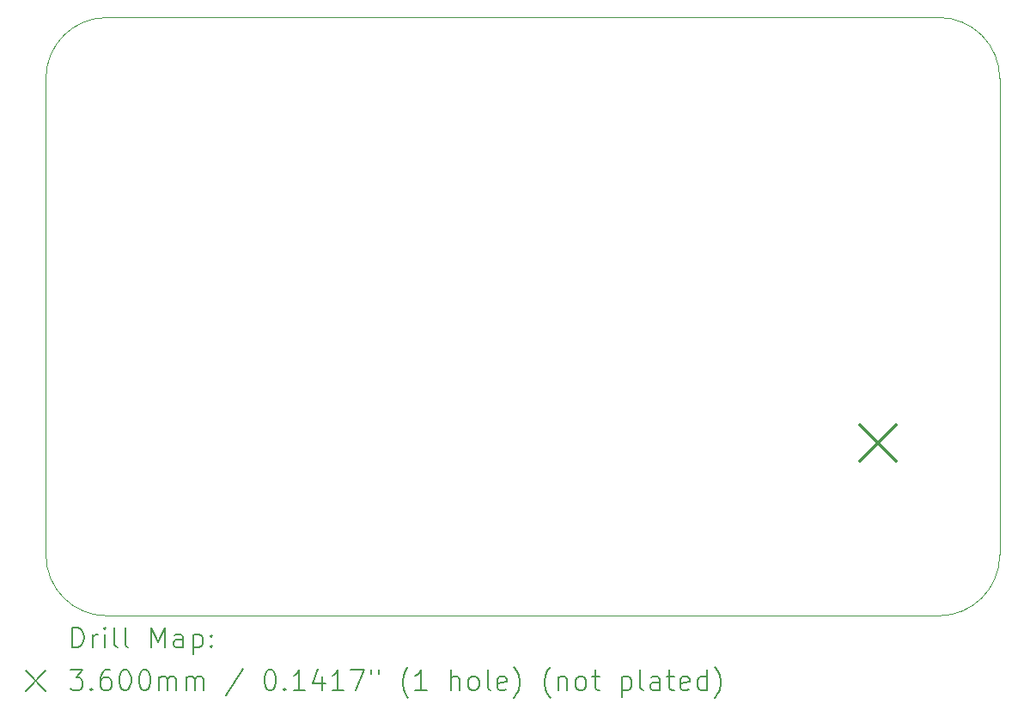
<source format=gbr>
%TF.GenerationSoftware,KiCad,Pcbnew,8.0.7-8.0.7-0~ubuntu22.04.1*%
%TF.CreationDate,2024-12-28T18:58:44+01:00*%
%TF.ProjectId,CrowBar,43726f77-4261-4722-9e6b-696361645f70,1.0A*%
%TF.SameCoordinates,Original*%
%TF.FileFunction,Drillmap*%
%TF.FilePolarity,Positive*%
%FSLAX45Y45*%
G04 Gerber Fmt 4.5, Leading zero omitted, Abs format (unit mm)*
G04 Created by KiCad (PCBNEW 8.0.7-8.0.7-0~ubuntu22.04.1) date 2024-12-28 18:58:44*
%MOMM*%
%LPD*%
G01*
G04 APERTURE LIST*
%ADD10C,0.050000*%
%ADD11C,0.200000*%
%ADD12C,0.360000*%
G04 APERTURE END LIST*
D10*
X10400000Y-7500000D02*
X18600000Y-7500000D01*
X9800000Y-2200000D02*
G75*
G02*
X10400000Y-1600000I600000J0D01*
G01*
X19200000Y-6900000D02*
G75*
G02*
X18600000Y-7500000I-600000J0D01*
G01*
X9800000Y-2200000D02*
X9800000Y-6900000D01*
X18600000Y-1600000D02*
G75*
G02*
X19200000Y-2200000I0J-600000D01*
G01*
X19200000Y-6900000D02*
X19200000Y-2200000D01*
X18600000Y-1600000D02*
X10400000Y-1600000D01*
X10400000Y-7500000D02*
G75*
G02*
X9800000Y-6900000I0J600000D01*
G01*
D11*
D12*
X17820000Y-5617000D02*
X18180000Y-5977000D01*
X18180000Y-5617000D02*
X17820000Y-5977000D01*
D11*
X10058277Y-7813984D02*
X10058277Y-7613984D01*
X10058277Y-7613984D02*
X10105896Y-7613984D01*
X10105896Y-7613984D02*
X10134467Y-7623508D01*
X10134467Y-7623508D02*
X10153515Y-7642555D01*
X10153515Y-7642555D02*
X10163039Y-7661603D01*
X10163039Y-7661603D02*
X10172563Y-7699698D01*
X10172563Y-7699698D02*
X10172563Y-7728269D01*
X10172563Y-7728269D02*
X10163039Y-7766365D01*
X10163039Y-7766365D02*
X10153515Y-7785412D01*
X10153515Y-7785412D02*
X10134467Y-7804460D01*
X10134467Y-7804460D02*
X10105896Y-7813984D01*
X10105896Y-7813984D02*
X10058277Y-7813984D01*
X10258277Y-7813984D02*
X10258277Y-7680650D01*
X10258277Y-7718746D02*
X10267801Y-7699698D01*
X10267801Y-7699698D02*
X10277324Y-7690174D01*
X10277324Y-7690174D02*
X10296372Y-7680650D01*
X10296372Y-7680650D02*
X10315420Y-7680650D01*
X10382086Y-7813984D02*
X10382086Y-7680650D01*
X10382086Y-7613984D02*
X10372563Y-7623508D01*
X10372563Y-7623508D02*
X10382086Y-7633031D01*
X10382086Y-7633031D02*
X10391610Y-7623508D01*
X10391610Y-7623508D02*
X10382086Y-7613984D01*
X10382086Y-7613984D02*
X10382086Y-7633031D01*
X10505896Y-7813984D02*
X10486848Y-7804460D01*
X10486848Y-7804460D02*
X10477324Y-7785412D01*
X10477324Y-7785412D02*
X10477324Y-7613984D01*
X10610658Y-7813984D02*
X10591610Y-7804460D01*
X10591610Y-7804460D02*
X10582086Y-7785412D01*
X10582086Y-7785412D02*
X10582086Y-7613984D01*
X10839229Y-7813984D02*
X10839229Y-7613984D01*
X10839229Y-7613984D02*
X10905896Y-7756841D01*
X10905896Y-7756841D02*
X10972563Y-7613984D01*
X10972563Y-7613984D02*
X10972563Y-7813984D01*
X11153515Y-7813984D02*
X11153515Y-7709222D01*
X11153515Y-7709222D02*
X11143991Y-7690174D01*
X11143991Y-7690174D02*
X11124944Y-7680650D01*
X11124944Y-7680650D02*
X11086848Y-7680650D01*
X11086848Y-7680650D02*
X11067801Y-7690174D01*
X11153515Y-7804460D02*
X11134467Y-7813984D01*
X11134467Y-7813984D02*
X11086848Y-7813984D01*
X11086848Y-7813984D02*
X11067801Y-7804460D01*
X11067801Y-7804460D02*
X11058277Y-7785412D01*
X11058277Y-7785412D02*
X11058277Y-7766365D01*
X11058277Y-7766365D02*
X11067801Y-7747317D01*
X11067801Y-7747317D02*
X11086848Y-7737793D01*
X11086848Y-7737793D02*
X11134467Y-7737793D01*
X11134467Y-7737793D02*
X11153515Y-7728269D01*
X11248753Y-7680650D02*
X11248753Y-7880650D01*
X11248753Y-7690174D02*
X11267801Y-7680650D01*
X11267801Y-7680650D02*
X11305896Y-7680650D01*
X11305896Y-7680650D02*
X11324943Y-7690174D01*
X11324943Y-7690174D02*
X11334467Y-7699698D01*
X11334467Y-7699698D02*
X11343991Y-7718746D01*
X11343991Y-7718746D02*
X11343991Y-7775888D01*
X11343991Y-7775888D02*
X11334467Y-7794936D01*
X11334467Y-7794936D02*
X11324943Y-7804460D01*
X11324943Y-7804460D02*
X11305896Y-7813984D01*
X11305896Y-7813984D02*
X11267801Y-7813984D01*
X11267801Y-7813984D02*
X11248753Y-7804460D01*
X11429705Y-7794936D02*
X11439229Y-7804460D01*
X11439229Y-7804460D02*
X11429705Y-7813984D01*
X11429705Y-7813984D02*
X11420182Y-7804460D01*
X11420182Y-7804460D02*
X11429705Y-7794936D01*
X11429705Y-7794936D02*
X11429705Y-7813984D01*
X11429705Y-7690174D02*
X11439229Y-7699698D01*
X11439229Y-7699698D02*
X11429705Y-7709222D01*
X11429705Y-7709222D02*
X11420182Y-7699698D01*
X11420182Y-7699698D02*
X11429705Y-7690174D01*
X11429705Y-7690174D02*
X11429705Y-7709222D01*
X9597500Y-8042500D02*
X9797500Y-8242500D01*
X9797500Y-8042500D02*
X9597500Y-8242500D01*
X10039229Y-8033984D02*
X10163039Y-8033984D01*
X10163039Y-8033984D02*
X10096372Y-8110174D01*
X10096372Y-8110174D02*
X10124944Y-8110174D01*
X10124944Y-8110174D02*
X10143991Y-8119698D01*
X10143991Y-8119698D02*
X10153515Y-8129222D01*
X10153515Y-8129222D02*
X10163039Y-8148269D01*
X10163039Y-8148269D02*
X10163039Y-8195888D01*
X10163039Y-8195888D02*
X10153515Y-8214936D01*
X10153515Y-8214936D02*
X10143991Y-8224460D01*
X10143991Y-8224460D02*
X10124944Y-8233984D01*
X10124944Y-8233984D02*
X10067801Y-8233984D01*
X10067801Y-8233984D02*
X10048753Y-8224460D01*
X10048753Y-8224460D02*
X10039229Y-8214936D01*
X10248753Y-8214936D02*
X10258277Y-8224460D01*
X10258277Y-8224460D02*
X10248753Y-8233984D01*
X10248753Y-8233984D02*
X10239229Y-8224460D01*
X10239229Y-8224460D02*
X10248753Y-8214936D01*
X10248753Y-8214936D02*
X10248753Y-8233984D01*
X10429705Y-8033984D02*
X10391610Y-8033984D01*
X10391610Y-8033984D02*
X10372563Y-8043508D01*
X10372563Y-8043508D02*
X10363039Y-8053031D01*
X10363039Y-8053031D02*
X10343991Y-8081603D01*
X10343991Y-8081603D02*
X10334467Y-8119698D01*
X10334467Y-8119698D02*
X10334467Y-8195888D01*
X10334467Y-8195888D02*
X10343991Y-8214936D01*
X10343991Y-8214936D02*
X10353515Y-8224460D01*
X10353515Y-8224460D02*
X10372563Y-8233984D01*
X10372563Y-8233984D02*
X10410658Y-8233984D01*
X10410658Y-8233984D02*
X10429705Y-8224460D01*
X10429705Y-8224460D02*
X10439229Y-8214936D01*
X10439229Y-8214936D02*
X10448753Y-8195888D01*
X10448753Y-8195888D02*
X10448753Y-8148269D01*
X10448753Y-8148269D02*
X10439229Y-8129222D01*
X10439229Y-8129222D02*
X10429705Y-8119698D01*
X10429705Y-8119698D02*
X10410658Y-8110174D01*
X10410658Y-8110174D02*
X10372563Y-8110174D01*
X10372563Y-8110174D02*
X10353515Y-8119698D01*
X10353515Y-8119698D02*
X10343991Y-8129222D01*
X10343991Y-8129222D02*
X10334467Y-8148269D01*
X10572563Y-8033984D02*
X10591610Y-8033984D01*
X10591610Y-8033984D02*
X10610658Y-8043508D01*
X10610658Y-8043508D02*
X10620182Y-8053031D01*
X10620182Y-8053031D02*
X10629705Y-8072079D01*
X10629705Y-8072079D02*
X10639229Y-8110174D01*
X10639229Y-8110174D02*
X10639229Y-8157793D01*
X10639229Y-8157793D02*
X10629705Y-8195888D01*
X10629705Y-8195888D02*
X10620182Y-8214936D01*
X10620182Y-8214936D02*
X10610658Y-8224460D01*
X10610658Y-8224460D02*
X10591610Y-8233984D01*
X10591610Y-8233984D02*
X10572563Y-8233984D01*
X10572563Y-8233984D02*
X10553515Y-8224460D01*
X10553515Y-8224460D02*
X10543991Y-8214936D01*
X10543991Y-8214936D02*
X10534467Y-8195888D01*
X10534467Y-8195888D02*
X10524944Y-8157793D01*
X10524944Y-8157793D02*
X10524944Y-8110174D01*
X10524944Y-8110174D02*
X10534467Y-8072079D01*
X10534467Y-8072079D02*
X10543991Y-8053031D01*
X10543991Y-8053031D02*
X10553515Y-8043508D01*
X10553515Y-8043508D02*
X10572563Y-8033984D01*
X10763039Y-8033984D02*
X10782086Y-8033984D01*
X10782086Y-8033984D02*
X10801134Y-8043508D01*
X10801134Y-8043508D02*
X10810658Y-8053031D01*
X10810658Y-8053031D02*
X10820182Y-8072079D01*
X10820182Y-8072079D02*
X10829705Y-8110174D01*
X10829705Y-8110174D02*
X10829705Y-8157793D01*
X10829705Y-8157793D02*
X10820182Y-8195888D01*
X10820182Y-8195888D02*
X10810658Y-8214936D01*
X10810658Y-8214936D02*
X10801134Y-8224460D01*
X10801134Y-8224460D02*
X10782086Y-8233984D01*
X10782086Y-8233984D02*
X10763039Y-8233984D01*
X10763039Y-8233984D02*
X10743991Y-8224460D01*
X10743991Y-8224460D02*
X10734467Y-8214936D01*
X10734467Y-8214936D02*
X10724944Y-8195888D01*
X10724944Y-8195888D02*
X10715420Y-8157793D01*
X10715420Y-8157793D02*
X10715420Y-8110174D01*
X10715420Y-8110174D02*
X10724944Y-8072079D01*
X10724944Y-8072079D02*
X10734467Y-8053031D01*
X10734467Y-8053031D02*
X10743991Y-8043508D01*
X10743991Y-8043508D02*
X10763039Y-8033984D01*
X10915420Y-8233984D02*
X10915420Y-8100650D01*
X10915420Y-8119698D02*
X10924944Y-8110174D01*
X10924944Y-8110174D02*
X10943991Y-8100650D01*
X10943991Y-8100650D02*
X10972563Y-8100650D01*
X10972563Y-8100650D02*
X10991610Y-8110174D01*
X10991610Y-8110174D02*
X11001134Y-8129222D01*
X11001134Y-8129222D02*
X11001134Y-8233984D01*
X11001134Y-8129222D02*
X11010658Y-8110174D01*
X11010658Y-8110174D02*
X11029705Y-8100650D01*
X11029705Y-8100650D02*
X11058277Y-8100650D01*
X11058277Y-8100650D02*
X11077325Y-8110174D01*
X11077325Y-8110174D02*
X11086848Y-8129222D01*
X11086848Y-8129222D02*
X11086848Y-8233984D01*
X11182086Y-8233984D02*
X11182086Y-8100650D01*
X11182086Y-8119698D02*
X11191610Y-8110174D01*
X11191610Y-8110174D02*
X11210658Y-8100650D01*
X11210658Y-8100650D02*
X11239229Y-8100650D01*
X11239229Y-8100650D02*
X11258277Y-8110174D01*
X11258277Y-8110174D02*
X11267801Y-8129222D01*
X11267801Y-8129222D02*
X11267801Y-8233984D01*
X11267801Y-8129222D02*
X11277324Y-8110174D01*
X11277324Y-8110174D02*
X11296372Y-8100650D01*
X11296372Y-8100650D02*
X11324943Y-8100650D01*
X11324943Y-8100650D02*
X11343991Y-8110174D01*
X11343991Y-8110174D02*
X11353515Y-8129222D01*
X11353515Y-8129222D02*
X11353515Y-8233984D01*
X11743991Y-8024460D02*
X11572563Y-8281603D01*
X12001134Y-8033984D02*
X12020182Y-8033984D01*
X12020182Y-8033984D02*
X12039229Y-8043508D01*
X12039229Y-8043508D02*
X12048753Y-8053031D01*
X12048753Y-8053031D02*
X12058277Y-8072079D01*
X12058277Y-8072079D02*
X12067801Y-8110174D01*
X12067801Y-8110174D02*
X12067801Y-8157793D01*
X12067801Y-8157793D02*
X12058277Y-8195888D01*
X12058277Y-8195888D02*
X12048753Y-8214936D01*
X12048753Y-8214936D02*
X12039229Y-8224460D01*
X12039229Y-8224460D02*
X12020182Y-8233984D01*
X12020182Y-8233984D02*
X12001134Y-8233984D01*
X12001134Y-8233984D02*
X11982086Y-8224460D01*
X11982086Y-8224460D02*
X11972563Y-8214936D01*
X11972563Y-8214936D02*
X11963039Y-8195888D01*
X11963039Y-8195888D02*
X11953515Y-8157793D01*
X11953515Y-8157793D02*
X11953515Y-8110174D01*
X11953515Y-8110174D02*
X11963039Y-8072079D01*
X11963039Y-8072079D02*
X11972563Y-8053031D01*
X11972563Y-8053031D02*
X11982086Y-8043508D01*
X11982086Y-8043508D02*
X12001134Y-8033984D01*
X12153515Y-8214936D02*
X12163039Y-8224460D01*
X12163039Y-8224460D02*
X12153515Y-8233984D01*
X12153515Y-8233984D02*
X12143991Y-8224460D01*
X12143991Y-8224460D02*
X12153515Y-8214936D01*
X12153515Y-8214936D02*
X12153515Y-8233984D01*
X12353515Y-8233984D02*
X12239229Y-8233984D01*
X12296372Y-8233984D02*
X12296372Y-8033984D01*
X12296372Y-8033984D02*
X12277325Y-8062555D01*
X12277325Y-8062555D02*
X12258277Y-8081603D01*
X12258277Y-8081603D02*
X12239229Y-8091127D01*
X12524944Y-8100650D02*
X12524944Y-8233984D01*
X12477325Y-8024460D02*
X12429706Y-8167317D01*
X12429706Y-8167317D02*
X12553515Y-8167317D01*
X12734467Y-8233984D02*
X12620182Y-8233984D01*
X12677325Y-8233984D02*
X12677325Y-8033984D01*
X12677325Y-8033984D02*
X12658277Y-8062555D01*
X12658277Y-8062555D02*
X12639229Y-8081603D01*
X12639229Y-8081603D02*
X12620182Y-8091127D01*
X12801134Y-8033984D02*
X12934467Y-8033984D01*
X12934467Y-8033984D02*
X12848753Y-8233984D01*
X13001134Y-8033984D02*
X13001134Y-8072079D01*
X13077325Y-8033984D02*
X13077325Y-8072079D01*
X13372563Y-8310174D02*
X13363039Y-8300650D01*
X13363039Y-8300650D02*
X13343991Y-8272079D01*
X13343991Y-8272079D02*
X13334468Y-8253031D01*
X13334468Y-8253031D02*
X13324944Y-8224460D01*
X13324944Y-8224460D02*
X13315420Y-8176841D01*
X13315420Y-8176841D02*
X13315420Y-8138746D01*
X13315420Y-8138746D02*
X13324944Y-8091127D01*
X13324944Y-8091127D02*
X13334468Y-8062555D01*
X13334468Y-8062555D02*
X13343991Y-8043508D01*
X13343991Y-8043508D02*
X13363039Y-8014936D01*
X13363039Y-8014936D02*
X13372563Y-8005412D01*
X13553515Y-8233984D02*
X13439229Y-8233984D01*
X13496372Y-8233984D02*
X13496372Y-8033984D01*
X13496372Y-8033984D02*
X13477325Y-8062555D01*
X13477325Y-8062555D02*
X13458277Y-8081603D01*
X13458277Y-8081603D02*
X13439229Y-8091127D01*
X13791610Y-8233984D02*
X13791610Y-8033984D01*
X13877325Y-8233984D02*
X13877325Y-8129222D01*
X13877325Y-8129222D02*
X13867801Y-8110174D01*
X13867801Y-8110174D02*
X13848753Y-8100650D01*
X13848753Y-8100650D02*
X13820182Y-8100650D01*
X13820182Y-8100650D02*
X13801134Y-8110174D01*
X13801134Y-8110174D02*
X13791610Y-8119698D01*
X14001134Y-8233984D02*
X13982087Y-8224460D01*
X13982087Y-8224460D02*
X13972563Y-8214936D01*
X13972563Y-8214936D02*
X13963039Y-8195888D01*
X13963039Y-8195888D02*
X13963039Y-8138746D01*
X13963039Y-8138746D02*
X13972563Y-8119698D01*
X13972563Y-8119698D02*
X13982087Y-8110174D01*
X13982087Y-8110174D02*
X14001134Y-8100650D01*
X14001134Y-8100650D02*
X14029706Y-8100650D01*
X14029706Y-8100650D02*
X14048753Y-8110174D01*
X14048753Y-8110174D02*
X14058277Y-8119698D01*
X14058277Y-8119698D02*
X14067801Y-8138746D01*
X14067801Y-8138746D02*
X14067801Y-8195888D01*
X14067801Y-8195888D02*
X14058277Y-8214936D01*
X14058277Y-8214936D02*
X14048753Y-8224460D01*
X14048753Y-8224460D02*
X14029706Y-8233984D01*
X14029706Y-8233984D02*
X14001134Y-8233984D01*
X14182087Y-8233984D02*
X14163039Y-8224460D01*
X14163039Y-8224460D02*
X14153515Y-8205412D01*
X14153515Y-8205412D02*
X14153515Y-8033984D01*
X14334468Y-8224460D02*
X14315420Y-8233984D01*
X14315420Y-8233984D02*
X14277325Y-8233984D01*
X14277325Y-8233984D02*
X14258277Y-8224460D01*
X14258277Y-8224460D02*
X14248753Y-8205412D01*
X14248753Y-8205412D02*
X14248753Y-8129222D01*
X14248753Y-8129222D02*
X14258277Y-8110174D01*
X14258277Y-8110174D02*
X14277325Y-8100650D01*
X14277325Y-8100650D02*
X14315420Y-8100650D01*
X14315420Y-8100650D02*
X14334468Y-8110174D01*
X14334468Y-8110174D02*
X14343991Y-8129222D01*
X14343991Y-8129222D02*
X14343991Y-8148269D01*
X14343991Y-8148269D02*
X14248753Y-8167317D01*
X14410658Y-8310174D02*
X14420182Y-8300650D01*
X14420182Y-8300650D02*
X14439230Y-8272079D01*
X14439230Y-8272079D02*
X14448753Y-8253031D01*
X14448753Y-8253031D02*
X14458277Y-8224460D01*
X14458277Y-8224460D02*
X14467801Y-8176841D01*
X14467801Y-8176841D02*
X14467801Y-8138746D01*
X14467801Y-8138746D02*
X14458277Y-8091127D01*
X14458277Y-8091127D02*
X14448753Y-8062555D01*
X14448753Y-8062555D02*
X14439230Y-8043508D01*
X14439230Y-8043508D02*
X14420182Y-8014936D01*
X14420182Y-8014936D02*
X14410658Y-8005412D01*
X14772563Y-8310174D02*
X14763039Y-8300650D01*
X14763039Y-8300650D02*
X14743991Y-8272079D01*
X14743991Y-8272079D02*
X14734468Y-8253031D01*
X14734468Y-8253031D02*
X14724944Y-8224460D01*
X14724944Y-8224460D02*
X14715420Y-8176841D01*
X14715420Y-8176841D02*
X14715420Y-8138746D01*
X14715420Y-8138746D02*
X14724944Y-8091127D01*
X14724944Y-8091127D02*
X14734468Y-8062555D01*
X14734468Y-8062555D02*
X14743991Y-8043508D01*
X14743991Y-8043508D02*
X14763039Y-8014936D01*
X14763039Y-8014936D02*
X14772563Y-8005412D01*
X14848753Y-8100650D02*
X14848753Y-8233984D01*
X14848753Y-8119698D02*
X14858277Y-8110174D01*
X14858277Y-8110174D02*
X14877325Y-8100650D01*
X14877325Y-8100650D02*
X14905896Y-8100650D01*
X14905896Y-8100650D02*
X14924944Y-8110174D01*
X14924944Y-8110174D02*
X14934468Y-8129222D01*
X14934468Y-8129222D02*
X14934468Y-8233984D01*
X15058277Y-8233984D02*
X15039230Y-8224460D01*
X15039230Y-8224460D02*
X15029706Y-8214936D01*
X15029706Y-8214936D02*
X15020182Y-8195888D01*
X15020182Y-8195888D02*
X15020182Y-8138746D01*
X15020182Y-8138746D02*
X15029706Y-8119698D01*
X15029706Y-8119698D02*
X15039230Y-8110174D01*
X15039230Y-8110174D02*
X15058277Y-8100650D01*
X15058277Y-8100650D02*
X15086849Y-8100650D01*
X15086849Y-8100650D02*
X15105896Y-8110174D01*
X15105896Y-8110174D02*
X15115420Y-8119698D01*
X15115420Y-8119698D02*
X15124944Y-8138746D01*
X15124944Y-8138746D02*
X15124944Y-8195888D01*
X15124944Y-8195888D02*
X15115420Y-8214936D01*
X15115420Y-8214936D02*
X15105896Y-8224460D01*
X15105896Y-8224460D02*
X15086849Y-8233984D01*
X15086849Y-8233984D02*
X15058277Y-8233984D01*
X15182087Y-8100650D02*
X15258277Y-8100650D01*
X15210658Y-8033984D02*
X15210658Y-8205412D01*
X15210658Y-8205412D02*
X15220182Y-8224460D01*
X15220182Y-8224460D02*
X15239230Y-8233984D01*
X15239230Y-8233984D02*
X15258277Y-8233984D01*
X15477325Y-8100650D02*
X15477325Y-8300650D01*
X15477325Y-8110174D02*
X15496372Y-8100650D01*
X15496372Y-8100650D02*
X15534468Y-8100650D01*
X15534468Y-8100650D02*
X15553515Y-8110174D01*
X15553515Y-8110174D02*
X15563039Y-8119698D01*
X15563039Y-8119698D02*
X15572563Y-8138746D01*
X15572563Y-8138746D02*
X15572563Y-8195888D01*
X15572563Y-8195888D02*
X15563039Y-8214936D01*
X15563039Y-8214936D02*
X15553515Y-8224460D01*
X15553515Y-8224460D02*
X15534468Y-8233984D01*
X15534468Y-8233984D02*
X15496372Y-8233984D01*
X15496372Y-8233984D02*
X15477325Y-8224460D01*
X15686849Y-8233984D02*
X15667801Y-8224460D01*
X15667801Y-8224460D02*
X15658277Y-8205412D01*
X15658277Y-8205412D02*
X15658277Y-8033984D01*
X15848753Y-8233984D02*
X15848753Y-8129222D01*
X15848753Y-8129222D02*
X15839230Y-8110174D01*
X15839230Y-8110174D02*
X15820182Y-8100650D01*
X15820182Y-8100650D02*
X15782087Y-8100650D01*
X15782087Y-8100650D02*
X15763039Y-8110174D01*
X15848753Y-8224460D02*
X15829706Y-8233984D01*
X15829706Y-8233984D02*
X15782087Y-8233984D01*
X15782087Y-8233984D02*
X15763039Y-8224460D01*
X15763039Y-8224460D02*
X15753515Y-8205412D01*
X15753515Y-8205412D02*
X15753515Y-8186365D01*
X15753515Y-8186365D02*
X15763039Y-8167317D01*
X15763039Y-8167317D02*
X15782087Y-8157793D01*
X15782087Y-8157793D02*
X15829706Y-8157793D01*
X15829706Y-8157793D02*
X15848753Y-8148269D01*
X15915420Y-8100650D02*
X15991611Y-8100650D01*
X15943992Y-8033984D02*
X15943992Y-8205412D01*
X15943992Y-8205412D02*
X15953515Y-8224460D01*
X15953515Y-8224460D02*
X15972563Y-8233984D01*
X15972563Y-8233984D02*
X15991611Y-8233984D01*
X16134468Y-8224460D02*
X16115420Y-8233984D01*
X16115420Y-8233984D02*
X16077325Y-8233984D01*
X16077325Y-8233984D02*
X16058277Y-8224460D01*
X16058277Y-8224460D02*
X16048753Y-8205412D01*
X16048753Y-8205412D02*
X16048753Y-8129222D01*
X16048753Y-8129222D02*
X16058277Y-8110174D01*
X16058277Y-8110174D02*
X16077325Y-8100650D01*
X16077325Y-8100650D02*
X16115420Y-8100650D01*
X16115420Y-8100650D02*
X16134468Y-8110174D01*
X16134468Y-8110174D02*
X16143992Y-8129222D01*
X16143992Y-8129222D02*
X16143992Y-8148269D01*
X16143992Y-8148269D02*
X16048753Y-8167317D01*
X16315420Y-8233984D02*
X16315420Y-8033984D01*
X16315420Y-8224460D02*
X16296373Y-8233984D01*
X16296373Y-8233984D02*
X16258277Y-8233984D01*
X16258277Y-8233984D02*
X16239230Y-8224460D01*
X16239230Y-8224460D02*
X16229706Y-8214936D01*
X16229706Y-8214936D02*
X16220182Y-8195888D01*
X16220182Y-8195888D02*
X16220182Y-8138746D01*
X16220182Y-8138746D02*
X16229706Y-8119698D01*
X16229706Y-8119698D02*
X16239230Y-8110174D01*
X16239230Y-8110174D02*
X16258277Y-8100650D01*
X16258277Y-8100650D02*
X16296373Y-8100650D01*
X16296373Y-8100650D02*
X16315420Y-8110174D01*
X16391611Y-8310174D02*
X16401134Y-8300650D01*
X16401134Y-8300650D02*
X16420182Y-8272079D01*
X16420182Y-8272079D02*
X16429706Y-8253031D01*
X16429706Y-8253031D02*
X16439230Y-8224460D01*
X16439230Y-8224460D02*
X16448753Y-8176841D01*
X16448753Y-8176841D02*
X16448753Y-8138746D01*
X16448753Y-8138746D02*
X16439230Y-8091127D01*
X16439230Y-8091127D02*
X16429706Y-8062555D01*
X16429706Y-8062555D02*
X16420182Y-8043508D01*
X16420182Y-8043508D02*
X16401134Y-8014936D01*
X16401134Y-8014936D02*
X16391611Y-8005412D01*
M02*

</source>
